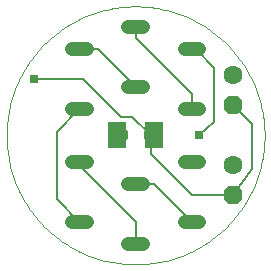
<source format=gtl>
G75*
%MOIN*%
%OFA0B0*%
%FSLAX25Y25*%
%IPPOS*%
%LPD*%
%AMOC8*
5,1,8,0,0,1.08239X$1,22.5*
%
%ADD10C,0.00100*%
%ADD11OC8,0.06300*%
%ADD12C,0.06300*%
%ADD13OC8,0.04800*%
%ADD14C,0.04800*%
%ADD15R,0.05906X0.08661*%
%ADD16C,0.00800*%
%ADD17R,0.02800X0.02800*%
D10*
X0001715Y0044050D02*
X0001728Y0045105D01*
X0001767Y0046160D01*
X0001832Y0047213D01*
X0001922Y0048265D01*
X0002038Y0049314D01*
X0002180Y0050359D01*
X0002348Y0051401D01*
X0002541Y0052439D01*
X0002760Y0053471D01*
X0003004Y0054498D01*
X0003273Y0055519D01*
X0003567Y0056532D01*
X0003885Y0057538D01*
X0004229Y0058536D01*
X0004596Y0059525D01*
X0004988Y0060505D01*
X0005404Y0061475D01*
X0005843Y0062435D01*
X0006306Y0063383D01*
X0006792Y0064320D01*
X0007301Y0065245D01*
X0007833Y0066156D01*
X0008386Y0067055D01*
X0008962Y0067940D01*
X0009559Y0068810D01*
X0010177Y0069665D01*
X0010816Y0070505D01*
X0011476Y0071329D01*
X0012155Y0072136D01*
X0012854Y0072927D01*
X0013572Y0073700D01*
X0014309Y0074456D01*
X0015065Y0075193D01*
X0015838Y0075911D01*
X0016629Y0076610D01*
X0017436Y0077289D01*
X0018260Y0077949D01*
X0019100Y0078588D01*
X0019955Y0079206D01*
X0020825Y0079803D01*
X0021710Y0080379D01*
X0022609Y0080932D01*
X0023520Y0081464D01*
X0024445Y0081973D01*
X0025382Y0082459D01*
X0026330Y0082922D01*
X0027290Y0083361D01*
X0028260Y0083777D01*
X0029240Y0084169D01*
X0030229Y0084536D01*
X0031227Y0084880D01*
X0032233Y0085198D01*
X0033246Y0085492D01*
X0034267Y0085761D01*
X0035294Y0086005D01*
X0036326Y0086224D01*
X0037364Y0086417D01*
X0038406Y0086585D01*
X0039451Y0086727D01*
X0040500Y0086843D01*
X0041552Y0086933D01*
X0042605Y0086998D01*
X0043660Y0087037D01*
X0044715Y0087050D01*
X0045770Y0087037D01*
X0046825Y0086998D01*
X0047878Y0086933D01*
X0048930Y0086843D01*
X0049979Y0086727D01*
X0051024Y0086585D01*
X0052066Y0086417D01*
X0053104Y0086224D01*
X0054136Y0086005D01*
X0055163Y0085761D01*
X0056184Y0085492D01*
X0057197Y0085198D01*
X0058203Y0084880D01*
X0059201Y0084536D01*
X0060190Y0084169D01*
X0061170Y0083777D01*
X0062140Y0083361D01*
X0063100Y0082922D01*
X0064048Y0082459D01*
X0064985Y0081973D01*
X0065910Y0081464D01*
X0066821Y0080932D01*
X0067720Y0080379D01*
X0068605Y0079803D01*
X0069475Y0079206D01*
X0070330Y0078588D01*
X0071170Y0077949D01*
X0071994Y0077289D01*
X0072801Y0076610D01*
X0073592Y0075911D01*
X0074365Y0075193D01*
X0075121Y0074456D01*
X0075858Y0073700D01*
X0076576Y0072927D01*
X0077275Y0072136D01*
X0077954Y0071329D01*
X0078614Y0070505D01*
X0079253Y0069665D01*
X0079871Y0068810D01*
X0080468Y0067940D01*
X0081044Y0067055D01*
X0081597Y0066156D01*
X0082129Y0065245D01*
X0082638Y0064320D01*
X0083124Y0063383D01*
X0083587Y0062435D01*
X0084026Y0061475D01*
X0084442Y0060505D01*
X0084834Y0059525D01*
X0085201Y0058536D01*
X0085545Y0057538D01*
X0085863Y0056532D01*
X0086157Y0055519D01*
X0086426Y0054498D01*
X0086670Y0053471D01*
X0086889Y0052439D01*
X0087082Y0051401D01*
X0087250Y0050359D01*
X0087392Y0049314D01*
X0087508Y0048265D01*
X0087598Y0047213D01*
X0087663Y0046160D01*
X0087702Y0045105D01*
X0087715Y0044050D01*
X0087702Y0042995D01*
X0087663Y0041940D01*
X0087598Y0040887D01*
X0087508Y0039835D01*
X0087392Y0038786D01*
X0087250Y0037741D01*
X0087082Y0036699D01*
X0086889Y0035661D01*
X0086670Y0034629D01*
X0086426Y0033602D01*
X0086157Y0032581D01*
X0085863Y0031568D01*
X0085545Y0030562D01*
X0085201Y0029564D01*
X0084834Y0028575D01*
X0084442Y0027595D01*
X0084026Y0026625D01*
X0083587Y0025665D01*
X0083124Y0024717D01*
X0082638Y0023780D01*
X0082129Y0022855D01*
X0081597Y0021944D01*
X0081044Y0021045D01*
X0080468Y0020160D01*
X0079871Y0019290D01*
X0079253Y0018435D01*
X0078614Y0017595D01*
X0077954Y0016771D01*
X0077275Y0015964D01*
X0076576Y0015173D01*
X0075858Y0014400D01*
X0075121Y0013644D01*
X0074365Y0012907D01*
X0073592Y0012189D01*
X0072801Y0011490D01*
X0071994Y0010811D01*
X0071170Y0010151D01*
X0070330Y0009512D01*
X0069475Y0008894D01*
X0068605Y0008297D01*
X0067720Y0007721D01*
X0066821Y0007168D01*
X0065910Y0006636D01*
X0064985Y0006127D01*
X0064048Y0005641D01*
X0063100Y0005178D01*
X0062140Y0004739D01*
X0061170Y0004323D01*
X0060190Y0003931D01*
X0059201Y0003564D01*
X0058203Y0003220D01*
X0057197Y0002902D01*
X0056184Y0002608D01*
X0055163Y0002339D01*
X0054136Y0002095D01*
X0053104Y0001876D01*
X0052066Y0001683D01*
X0051024Y0001515D01*
X0049979Y0001373D01*
X0048930Y0001257D01*
X0047878Y0001167D01*
X0046825Y0001102D01*
X0045770Y0001063D01*
X0044715Y0001050D01*
X0043660Y0001063D01*
X0042605Y0001102D01*
X0041552Y0001167D01*
X0040500Y0001257D01*
X0039451Y0001373D01*
X0038406Y0001515D01*
X0037364Y0001683D01*
X0036326Y0001876D01*
X0035294Y0002095D01*
X0034267Y0002339D01*
X0033246Y0002608D01*
X0032233Y0002902D01*
X0031227Y0003220D01*
X0030229Y0003564D01*
X0029240Y0003931D01*
X0028260Y0004323D01*
X0027290Y0004739D01*
X0026330Y0005178D01*
X0025382Y0005641D01*
X0024445Y0006127D01*
X0023520Y0006636D01*
X0022609Y0007168D01*
X0021710Y0007721D01*
X0020825Y0008297D01*
X0019955Y0008894D01*
X0019100Y0009512D01*
X0018260Y0010151D01*
X0017436Y0010811D01*
X0016629Y0011490D01*
X0015838Y0012189D01*
X0015065Y0012907D01*
X0014309Y0013644D01*
X0013572Y0014400D01*
X0012854Y0015173D01*
X0012155Y0015964D01*
X0011476Y0016771D01*
X0010816Y0017595D01*
X0010177Y0018435D01*
X0009559Y0019290D01*
X0008962Y0020160D01*
X0008386Y0021045D01*
X0007833Y0021944D01*
X0007301Y0022855D01*
X0006792Y0023780D01*
X0006306Y0024717D01*
X0005843Y0025665D01*
X0005404Y0026625D01*
X0004988Y0027595D01*
X0004596Y0028575D01*
X0004229Y0029564D01*
X0003885Y0030562D01*
X0003567Y0031568D01*
X0003273Y0032581D01*
X0003004Y0033602D01*
X0002760Y0034629D01*
X0002541Y0035661D01*
X0002348Y0036699D01*
X0002180Y0037741D01*
X0002038Y0038786D01*
X0001922Y0039835D01*
X0001832Y0040887D01*
X0001767Y0041940D01*
X0001728Y0042995D01*
X0001715Y0044050D01*
D11*
X0077215Y0054050D03*
X0077215Y0024050D03*
D12*
X0077215Y0034050D03*
X0077215Y0064050D03*
D13*
X0049715Y0044050D03*
X0039715Y0044050D03*
D14*
X0028365Y0035300D02*
X0023565Y0035300D01*
X0023565Y0052800D02*
X0028365Y0052800D01*
X0042315Y0060300D02*
X0047115Y0060300D01*
X0061065Y0052800D02*
X0065865Y0052800D01*
X0065865Y0035300D02*
X0061065Y0035300D01*
X0047115Y0027800D02*
X0042315Y0027800D01*
X0028365Y0015300D02*
X0023565Y0015300D01*
X0042315Y0007800D02*
X0047115Y0007800D01*
X0061065Y0015300D02*
X0065865Y0015300D01*
X0065865Y0072800D02*
X0061065Y0072800D01*
X0047115Y0080300D02*
X0042315Y0080300D01*
X0028365Y0072800D02*
X0023565Y0072800D01*
D15*
X0038612Y0044050D03*
X0050817Y0044050D03*
D16*
X0018465Y0045300D02*
X0018465Y0022800D01*
X0025965Y0015300D01*
X0025965Y0034050D02*
X0044715Y0015300D01*
X0044715Y0007800D01*
X0063465Y0015300D02*
X0050965Y0027800D01*
X0044715Y0027800D01*
X0049715Y0037800D02*
X0063465Y0024050D01*
X0077215Y0024050D01*
X0083465Y0032800D01*
X0083465Y0047800D01*
X0077215Y0054050D01*
X0070965Y0048425D02*
X0065965Y0044050D01*
X0070965Y0048425D02*
X0070965Y0066550D01*
X0064715Y0072800D01*
X0063465Y0072800D01*
X0063465Y0057800D02*
X0063465Y0052800D01*
X0063465Y0057800D02*
X0044715Y0076550D01*
X0044715Y0080300D01*
X0032215Y0072800D02*
X0044715Y0060300D01*
X0043465Y0050300D02*
X0039715Y0050300D01*
X0027215Y0062800D01*
X0010965Y0062800D01*
X0025965Y0052800D02*
X0018465Y0045300D01*
X0025965Y0035300D02*
X0025965Y0034050D01*
X0043465Y0050300D02*
X0049715Y0044050D01*
X0049715Y0037800D01*
X0032215Y0072800D02*
X0025965Y0072800D01*
D17*
X0010965Y0062800D03*
X0065965Y0044050D03*
M02*

</source>
